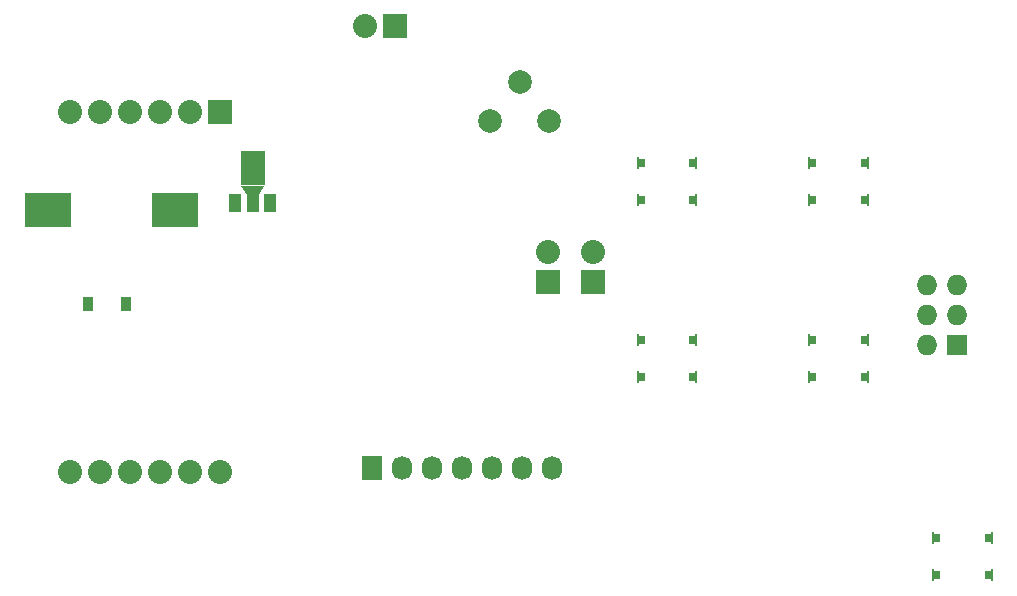
<source format=gbs>
G04 #@! TF.FileFunction,Soldermask,Bot*
%FSLAX46Y46*%
G04 Gerber Fmt 4.6, Leading zero omitted, Abs format (unit mm)*
G04 Created by KiCad (PCBNEW 4.0.0-2.201512072331+6194~38~ubuntu14.04.1-stable) date Sun 31 Jul 2016 10:05:07 AM CEST*
%MOMM*%
G01*
G04 APERTURE LIST*
%ADD10C,0.100000*%
%ADD11R,1.727200X1.727200*%
%ADD12O,1.727200X1.727200*%
%ADD13R,2.032000X2.032000*%
%ADD14O,2.032000X2.032000*%
%ADD15R,0.500000X0.700000*%
%ADD16R,0.200000X1.100000*%
%ADD17C,2.000000*%
%ADD18C,2.032000*%
%ADD19R,1.000760X1.501140*%
%ADD20R,1.998980X2.999740*%
%ADD21R,4.000000X3.000000*%
%ADD22R,0.910000X1.220000*%
%ADD23R,1.727200X2.032000*%
%ADD24O,1.727200X2.032000*%
G04 APERTURE END LIST*
D10*
D11*
X196037200Y-94335600D03*
D12*
X193497200Y-94335600D03*
X196037200Y-91795600D03*
X193497200Y-91795600D03*
X196037200Y-89255600D03*
X193497200Y-89255600D03*
D13*
X148488400Y-67360800D03*
D14*
X145948400Y-67360800D03*
D15*
X169375000Y-82075000D03*
X173625000Y-82075000D03*
X169375000Y-78925000D03*
X173625000Y-78925000D03*
D16*
X173975000Y-82075000D03*
X169025000Y-82075000D03*
X169025000Y-78925000D03*
X173975000Y-78925000D03*
D15*
X183875000Y-82075000D03*
X188125000Y-82075000D03*
X183875000Y-78925000D03*
X188125000Y-78925000D03*
D16*
X188475000Y-82075000D03*
X183525000Y-82075000D03*
X183525000Y-78925000D03*
X188475000Y-78925000D03*
D15*
X173625000Y-93925000D03*
X169375000Y-93925000D03*
X173625000Y-97075000D03*
X169375000Y-97075000D03*
D16*
X169025000Y-93925000D03*
X173975000Y-93925000D03*
X173975000Y-97075000D03*
X169025000Y-97075000D03*
D15*
X188125000Y-93925000D03*
X183875000Y-93925000D03*
X188125000Y-97075000D03*
X183875000Y-97075000D03*
D16*
X183525000Y-93925000D03*
X188475000Y-93925000D03*
X188475000Y-97075000D03*
X183525000Y-97075000D03*
D15*
X198625000Y-110725000D03*
X194375000Y-110725000D03*
X198625000Y-113875000D03*
X194375000Y-113875000D03*
D16*
X194025000Y-110725000D03*
X198975000Y-110725000D03*
X198975000Y-113875000D03*
X194025000Y-113875000D03*
D13*
X165227000Y-89027000D03*
D14*
X165227000Y-86487000D03*
D17*
X159004000Y-72137000D03*
X156504000Y-75437000D03*
X161504000Y-75437000D03*
D18*
X120904000Y-74676000D03*
X123444000Y-74676000D03*
X125984000Y-74676000D03*
X128524000Y-74676000D03*
X131064000Y-74676000D03*
D13*
X133604000Y-74676000D03*
D18*
X133604000Y-105156000D03*
X131064000Y-105156000D03*
X128524000Y-105156000D03*
X125984000Y-105156000D03*
X123444000Y-105156000D03*
X120904000Y-105156000D03*
D19*
X137899140Y-82369660D03*
X136398000Y-82369660D03*
X134896860Y-82369660D03*
D20*
X136398000Y-79418180D03*
D10*
G36*
X135897620Y-81641950D02*
X135397240Y-80892650D01*
X137398760Y-80892650D01*
X136898380Y-81641950D01*
X135897620Y-81641950D01*
X135897620Y-81641950D01*
G37*
D21*
X119060000Y-82931000D03*
X129860000Y-82931000D03*
D22*
X122444000Y-90932000D03*
X125714000Y-90932000D03*
D23*
X146507200Y-104800400D03*
D24*
X149047200Y-104800400D03*
X151587200Y-104800400D03*
X154127200Y-104800400D03*
X156667200Y-104800400D03*
X159207200Y-104800400D03*
X161747200Y-104800400D03*
D13*
X161417000Y-89027000D03*
D14*
X161417000Y-86487000D03*
M02*

</source>
